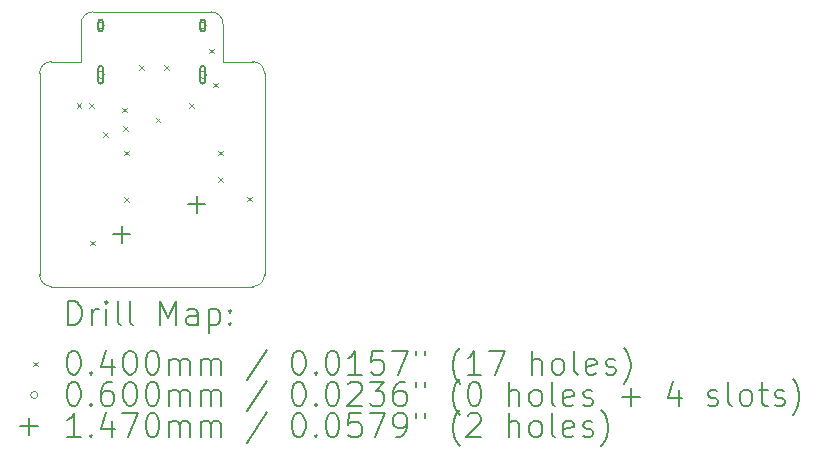
<source format=gbr>
%FSLAX45Y45*%
G04 Gerber Fmt 4.5, Leading zero omitted, Abs format (unit mm)*
G04 Created by KiCad (PCBNEW (5.99.0-12118-g897269f33f)) date 2021-09-15 19:12:55*
%MOMM*%
%LPD*%
G01*
G04 APERTURE LIST*
%TA.AperFunction,Profile*%
%ADD10C,0.100000*%
%TD*%
%ADD11C,0.200000*%
%ADD12C,0.040000*%
%ADD13C,0.060000*%
%ADD14C,0.147000*%
G04 APERTURE END LIST*
D10*
X15100000Y-11905000D02*
G75*
G02*
X15000000Y-11805000I0J100000D01*
G01*
X16905000Y-11805000D02*
G75*
G02*
X16805000Y-11905000I-100000J0D01*
G01*
X16805000Y-10000000D02*
G75*
G02*
X16905000Y-10100000I0J-100000D01*
G01*
X15000000Y-10100000D02*
G75*
G02*
X15100000Y-10000000I100000J0D01*
G01*
X16905000Y-10100000D02*
X16905000Y-11805000D01*
X15000000Y-10100000D02*
X15000000Y-11805000D01*
X15100000Y-11905000D02*
X16805000Y-11905000D01*
X16552500Y-10000000D02*
X16805000Y-10000000D01*
X15100000Y-10000000D02*
X15352500Y-10000000D01*
X16452500Y-9579000D02*
G75*
G02*
X16552500Y-9679000I0J-100000D01*
G01*
X15352500Y-9679000D02*
G75*
G02*
X15452500Y-9579000I100000J0D01*
G01*
X15452500Y-9579000D02*
X16452500Y-9579000D01*
X16552500Y-9679000D02*
X16552500Y-10000000D01*
X15352500Y-9679000D02*
X15352500Y-10000000D01*
D11*
D12*
X15315000Y-10350000D02*
X15355000Y-10390000D01*
X15355000Y-10350000D02*
X15315000Y-10390000D01*
X15420000Y-10350000D02*
X15460000Y-10390000D01*
X15460000Y-10350000D02*
X15420000Y-10390000D01*
X15430000Y-11515500D02*
X15470000Y-11555500D01*
X15470000Y-11515500D02*
X15430000Y-11555500D01*
X15540000Y-10600000D02*
X15580000Y-10640000D01*
X15580000Y-10600000D02*
X15540000Y-10640000D01*
X15700000Y-10390000D02*
X15740000Y-10430000D01*
X15740000Y-10390000D02*
X15700000Y-10430000D01*
X15710000Y-10550000D02*
X15750000Y-10590000D01*
X15750000Y-10550000D02*
X15710000Y-10590000D01*
X15715000Y-10755000D02*
X15755000Y-10795000D01*
X15755000Y-10755000D02*
X15715000Y-10795000D01*
X15715000Y-11150000D02*
X15755000Y-11190000D01*
X15755000Y-11150000D02*
X15715000Y-11190000D01*
X15845000Y-10030000D02*
X15885000Y-10070000D01*
X15885000Y-10030000D02*
X15845000Y-10070000D01*
X15984031Y-10475911D02*
X16024031Y-10515911D01*
X16024031Y-10475911D02*
X15984031Y-10515911D01*
X16055000Y-10030000D02*
X16095000Y-10070000D01*
X16095000Y-10030000D02*
X16055000Y-10070000D01*
X16268100Y-10350081D02*
X16308100Y-10390081D01*
X16308100Y-10350081D02*
X16268100Y-10390081D01*
X16434500Y-9891160D02*
X16474500Y-9931160D01*
X16474500Y-9891160D02*
X16434500Y-9931160D01*
X16470000Y-10180000D02*
X16510000Y-10220000D01*
X16510000Y-10180000D02*
X16470000Y-10220000D01*
X16510000Y-10980000D02*
X16550000Y-11020000D01*
X16550000Y-10980000D02*
X16510000Y-11020000D01*
X16515000Y-10755000D02*
X16555000Y-10795000D01*
X16555000Y-10755000D02*
X16515000Y-10795000D01*
X16760000Y-11145000D02*
X16800000Y-11185000D01*
X16800000Y-11145000D02*
X16760000Y-11185000D01*
D13*
X15548000Y-9695000D02*
G75*
G03*
X15548000Y-9695000I-30000J0D01*
G01*
D11*
X15498000Y-9665000D02*
X15498000Y-9725000D01*
X15538000Y-9665000D02*
X15538000Y-9725000D01*
X15498000Y-9725000D02*
G75*
G03*
X15538000Y-9725000I20000J0D01*
G01*
X15538000Y-9665000D02*
G75*
G03*
X15498000Y-9665000I-20000J0D01*
G01*
D13*
X15548000Y-10113000D02*
G75*
G03*
X15548000Y-10113000I-30000J0D01*
G01*
D11*
X15498000Y-10058000D02*
X15498000Y-10168000D01*
X15538000Y-10058000D02*
X15538000Y-10168000D01*
X15498000Y-10168000D02*
G75*
G03*
X15538000Y-10168000I20000J0D01*
G01*
X15538000Y-10058000D02*
G75*
G03*
X15498000Y-10058000I-20000J0D01*
G01*
D13*
X16412000Y-9695000D02*
G75*
G03*
X16412000Y-9695000I-30000J0D01*
G01*
D11*
X16362000Y-9665000D02*
X16362000Y-9725000D01*
X16402000Y-9665000D02*
X16402000Y-9725000D01*
X16362000Y-9725000D02*
G75*
G03*
X16402000Y-9725000I20000J0D01*
G01*
X16402000Y-9665000D02*
G75*
G03*
X16362000Y-9665000I-20000J0D01*
G01*
D13*
X16412000Y-10113000D02*
G75*
G03*
X16412000Y-10113000I-30000J0D01*
G01*
D11*
X16362000Y-10058000D02*
X16362000Y-10168000D01*
X16402000Y-10058000D02*
X16402000Y-10168000D01*
X16362000Y-10168000D02*
G75*
G03*
X16402000Y-10168000I20000J0D01*
G01*
X16402000Y-10058000D02*
G75*
G03*
X16362000Y-10058000I-20000J0D01*
G01*
D14*
X15696000Y-11389500D02*
X15696000Y-11536500D01*
X15622500Y-11463000D02*
X15769500Y-11463000D01*
X16331000Y-11135500D02*
X16331000Y-11282500D01*
X16257500Y-11209000D02*
X16404500Y-11209000D01*
D11*
X15242619Y-12230476D02*
X15242619Y-12030476D01*
X15290238Y-12030476D01*
X15318809Y-12040000D01*
X15337857Y-12059048D01*
X15347381Y-12078095D01*
X15356905Y-12116190D01*
X15356905Y-12144762D01*
X15347381Y-12182857D01*
X15337857Y-12201905D01*
X15318809Y-12220952D01*
X15290238Y-12230476D01*
X15242619Y-12230476D01*
X15442619Y-12230476D02*
X15442619Y-12097143D01*
X15442619Y-12135238D02*
X15452143Y-12116190D01*
X15461667Y-12106667D01*
X15480714Y-12097143D01*
X15499762Y-12097143D01*
X15566428Y-12230476D02*
X15566428Y-12097143D01*
X15566428Y-12030476D02*
X15556905Y-12040000D01*
X15566428Y-12049524D01*
X15575952Y-12040000D01*
X15566428Y-12030476D01*
X15566428Y-12049524D01*
X15690238Y-12230476D02*
X15671190Y-12220952D01*
X15661667Y-12201905D01*
X15661667Y-12030476D01*
X15795000Y-12230476D02*
X15775952Y-12220952D01*
X15766428Y-12201905D01*
X15766428Y-12030476D01*
X16023571Y-12230476D02*
X16023571Y-12030476D01*
X16090238Y-12173333D01*
X16156905Y-12030476D01*
X16156905Y-12230476D01*
X16337857Y-12230476D02*
X16337857Y-12125714D01*
X16328333Y-12106667D01*
X16309286Y-12097143D01*
X16271190Y-12097143D01*
X16252143Y-12106667D01*
X16337857Y-12220952D02*
X16318809Y-12230476D01*
X16271190Y-12230476D01*
X16252143Y-12220952D01*
X16242619Y-12201905D01*
X16242619Y-12182857D01*
X16252143Y-12163809D01*
X16271190Y-12154286D01*
X16318809Y-12154286D01*
X16337857Y-12144762D01*
X16433095Y-12097143D02*
X16433095Y-12297143D01*
X16433095Y-12106667D02*
X16452143Y-12097143D01*
X16490238Y-12097143D01*
X16509286Y-12106667D01*
X16518809Y-12116190D01*
X16528333Y-12135238D01*
X16528333Y-12192381D01*
X16518809Y-12211428D01*
X16509286Y-12220952D01*
X16490238Y-12230476D01*
X16452143Y-12230476D01*
X16433095Y-12220952D01*
X16614048Y-12211428D02*
X16623571Y-12220952D01*
X16614048Y-12230476D01*
X16604524Y-12220952D01*
X16614048Y-12211428D01*
X16614048Y-12230476D01*
X16614048Y-12106667D02*
X16623571Y-12116190D01*
X16614048Y-12125714D01*
X16604524Y-12116190D01*
X16614048Y-12106667D01*
X16614048Y-12125714D01*
D12*
X14945000Y-12540000D02*
X14985000Y-12580000D01*
X14985000Y-12540000D02*
X14945000Y-12580000D01*
D11*
X15280714Y-12450476D02*
X15299762Y-12450476D01*
X15318809Y-12460000D01*
X15328333Y-12469524D01*
X15337857Y-12488571D01*
X15347381Y-12526667D01*
X15347381Y-12574286D01*
X15337857Y-12612381D01*
X15328333Y-12631428D01*
X15318809Y-12640952D01*
X15299762Y-12650476D01*
X15280714Y-12650476D01*
X15261667Y-12640952D01*
X15252143Y-12631428D01*
X15242619Y-12612381D01*
X15233095Y-12574286D01*
X15233095Y-12526667D01*
X15242619Y-12488571D01*
X15252143Y-12469524D01*
X15261667Y-12460000D01*
X15280714Y-12450476D01*
X15433095Y-12631428D02*
X15442619Y-12640952D01*
X15433095Y-12650476D01*
X15423571Y-12640952D01*
X15433095Y-12631428D01*
X15433095Y-12650476D01*
X15614048Y-12517143D02*
X15614048Y-12650476D01*
X15566428Y-12440952D02*
X15518809Y-12583809D01*
X15642619Y-12583809D01*
X15756905Y-12450476D02*
X15775952Y-12450476D01*
X15795000Y-12460000D01*
X15804524Y-12469524D01*
X15814048Y-12488571D01*
X15823571Y-12526667D01*
X15823571Y-12574286D01*
X15814048Y-12612381D01*
X15804524Y-12631428D01*
X15795000Y-12640952D01*
X15775952Y-12650476D01*
X15756905Y-12650476D01*
X15737857Y-12640952D01*
X15728333Y-12631428D01*
X15718809Y-12612381D01*
X15709286Y-12574286D01*
X15709286Y-12526667D01*
X15718809Y-12488571D01*
X15728333Y-12469524D01*
X15737857Y-12460000D01*
X15756905Y-12450476D01*
X15947381Y-12450476D02*
X15966428Y-12450476D01*
X15985476Y-12460000D01*
X15995000Y-12469524D01*
X16004524Y-12488571D01*
X16014048Y-12526667D01*
X16014048Y-12574286D01*
X16004524Y-12612381D01*
X15995000Y-12631428D01*
X15985476Y-12640952D01*
X15966428Y-12650476D01*
X15947381Y-12650476D01*
X15928333Y-12640952D01*
X15918809Y-12631428D01*
X15909286Y-12612381D01*
X15899762Y-12574286D01*
X15899762Y-12526667D01*
X15909286Y-12488571D01*
X15918809Y-12469524D01*
X15928333Y-12460000D01*
X15947381Y-12450476D01*
X16099762Y-12650476D02*
X16099762Y-12517143D01*
X16099762Y-12536190D02*
X16109286Y-12526667D01*
X16128333Y-12517143D01*
X16156905Y-12517143D01*
X16175952Y-12526667D01*
X16185476Y-12545714D01*
X16185476Y-12650476D01*
X16185476Y-12545714D02*
X16195000Y-12526667D01*
X16214048Y-12517143D01*
X16242619Y-12517143D01*
X16261667Y-12526667D01*
X16271190Y-12545714D01*
X16271190Y-12650476D01*
X16366428Y-12650476D02*
X16366428Y-12517143D01*
X16366428Y-12536190D02*
X16375952Y-12526667D01*
X16395000Y-12517143D01*
X16423571Y-12517143D01*
X16442619Y-12526667D01*
X16452143Y-12545714D01*
X16452143Y-12650476D01*
X16452143Y-12545714D02*
X16461667Y-12526667D01*
X16480714Y-12517143D01*
X16509286Y-12517143D01*
X16528333Y-12526667D01*
X16537857Y-12545714D01*
X16537857Y-12650476D01*
X16928333Y-12440952D02*
X16756905Y-12698095D01*
X17185476Y-12450476D02*
X17204524Y-12450476D01*
X17223571Y-12460000D01*
X17233095Y-12469524D01*
X17242619Y-12488571D01*
X17252143Y-12526667D01*
X17252143Y-12574286D01*
X17242619Y-12612381D01*
X17233095Y-12631428D01*
X17223571Y-12640952D01*
X17204524Y-12650476D01*
X17185476Y-12650476D01*
X17166429Y-12640952D01*
X17156905Y-12631428D01*
X17147381Y-12612381D01*
X17137857Y-12574286D01*
X17137857Y-12526667D01*
X17147381Y-12488571D01*
X17156905Y-12469524D01*
X17166429Y-12460000D01*
X17185476Y-12450476D01*
X17337857Y-12631428D02*
X17347381Y-12640952D01*
X17337857Y-12650476D01*
X17328333Y-12640952D01*
X17337857Y-12631428D01*
X17337857Y-12650476D01*
X17471190Y-12450476D02*
X17490238Y-12450476D01*
X17509286Y-12460000D01*
X17518810Y-12469524D01*
X17528333Y-12488571D01*
X17537857Y-12526667D01*
X17537857Y-12574286D01*
X17528333Y-12612381D01*
X17518810Y-12631428D01*
X17509286Y-12640952D01*
X17490238Y-12650476D01*
X17471190Y-12650476D01*
X17452143Y-12640952D01*
X17442619Y-12631428D01*
X17433095Y-12612381D01*
X17423571Y-12574286D01*
X17423571Y-12526667D01*
X17433095Y-12488571D01*
X17442619Y-12469524D01*
X17452143Y-12460000D01*
X17471190Y-12450476D01*
X17728333Y-12650476D02*
X17614048Y-12650476D01*
X17671190Y-12650476D02*
X17671190Y-12450476D01*
X17652143Y-12479048D01*
X17633095Y-12498095D01*
X17614048Y-12507619D01*
X17909286Y-12450476D02*
X17814048Y-12450476D01*
X17804524Y-12545714D01*
X17814048Y-12536190D01*
X17833095Y-12526667D01*
X17880714Y-12526667D01*
X17899762Y-12536190D01*
X17909286Y-12545714D01*
X17918810Y-12564762D01*
X17918810Y-12612381D01*
X17909286Y-12631428D01*
X17899762Y-12640952D01*
X17880714Y-12650476D01*
X17833095Y-12650476D01*
X17814048Y-12640952D01*
X17804524Y-12631428D01*
X17985476Y-12450476D02*
X18118810Y-12450476D01*
X18033095Y-12650476D01*
X18185476Y-12450476D02*
X18185476Y-12488571D01*
X18261667Y-12450476D02*
X18261667Y-12488571D01*
X18556905Y-12726667D02*
X18547381Y-12717143D01*
X18528333Y-12688571D01*
X18518810Y-12669524D01*
X18509286Y-12640952D01*
X18499762Y-12593333D01*
X18499762Y-12555238D01*
X18509286Y-12507619D01*
X18518810Y-12479048D01*
X18528333Y-12460000D01*
X18547381Y-12431428D01*
X18556905Y-12421905D01*
X18737857Y-12650476D02*
X18623571Y-12650476D01*
X18680714Y-12650476D02*
X18680714Y-12450476D01*
X18661667Y-12479048D01*
X18642619Y-12498095D01*
X18623571Y-12507619D01*
X18804524Y-12450476D02*
X18937857Y-12450476D01*
X18852143Y-12650476D01*
X19166429Y-12650476D02*
X19166429Y-12450476D01*
X19252143Y-12650476D02*
X19252143Y-12545714D01*
X19242619Y-12526667D01*
X19223571Y-12517143D01*
X19195000Y-12517143D01*
X19175952Y-12526667D01*
X19166429Y-12536190D01*
X19375952Y-12650476D02*
X19356905Y-12640952D01*
X19347381Y-12631428D01*
X19337857Y-12612381D01*
X19337857Y-12555238D01*
X19347381Y-12536190D01*
X19356905Y-12526667D01*
X19375952Y-12517143D01*
X19404524Y-12517143D01*
X19423571Y-12526667D01*
X19433095Y-12536190D01*
X19442619Y-12555238D01*
X19442619Y-12612381D01*
X19433095Y-12631428D01*
X19423571Y-12640952D01*
X19404524Y-12650476D01*
X19375952Y-12650476D01*
X19556905Y-12650476D02*
X19537857Y-12640952D01*
X19528333Y-12621905D01*
X19528333Y-12450476D01*
X19709286Y-12640952D02*
X19690238Y-12650476D01*
X19652143Y-12650476D01*
X19633095Y-12640952D01*
X19623571Y-12621905D01*
X19623571Y-12545714D01*
X19633095Y-12526667D01*
X19652143Y-12517143D01*
X19690238Y-12517143D01*
X19709286Y-12526667D01*
X19718810Y-12545714D01*
X19718810Y-12564762D01*
X19623571Y-12583809D01*
X19795000Y-12640952D02*
X19814048Y-12650476D01*
X19852143Y-12650476D01*
X19871190Y-12640952D01*
X19880714Y-12621905D01*
X19880714Y-12612381D01*
X19871190Y-12593333D01*
X19852143Y-12583809D01*
X19823571Y-12583809D01*
X19804524Y-12574286D01*
X19795000Y-12555238D01*
X19795000Y-12545714D01*
X19804524Y-12526667D01*
X19823571Y-12517143D01*
X19852143Y-12517143D01*
X19871190Y-12526667D01*
X19947381Y-12726667D02*
X19956905Y-12717143D01*
X19975952Y-12688571D01*
X19985476Y-12669524D01*
X19995000Y-12640952D01*
X20004524Y-12593333D01*
X20004524Y-12555238D01*
X19995000Y-12507619D01*
X19985476Y-12479048D01*
X19975952Y-12460000D01*
X19956905Y-12431428D01*
X19947381Y-12421905D01*
D13*
X14985000Y-12824000D02*
G75*
G03*
X14985000Y-12824000I-30000J0D01*
G01*
D11*
X15280714Y-12714476D02*
X15299762Y-12714476D01*
X15318809Y-12724000D01*
X15328333Y-12733524D01*
X15337857Y-12752571D01*
X15347381Y-12790667D01*
X15347381Y-12838286D01*
X15337857Y-12876381D01*
X15328333Y-12895428D01*
X15318809Y-12904952D01*
X15299762Y-12914476D01*
X15280714Y-12914476D01*
X15261667Y-12904952D01*
X15252143Y-12895428D01*
X15242619Y-12876381D01*
X15233095Y-12838286D01*
X15233095Y-12790667D01*
X15242619Y-12752571D01*
X15252143Y-12733524D01*
X15261667Y-12724000D01*
X15280714Y-12714476D01*
X15433095Y-12895428D02*
X15442619Y-12904952D01*
X15433095Y-12914476D01*
X15423571Y-12904952D01*
X15433095Y-12895428D01*
X15433095Y-12914476D01*
X15614048Y-12714476D02*
X15575952Y-12714476D01*
X15556905Y-12724000D01*
X15547381Y-12733524D01*
X15528333Y-12762095D01*
X15518809Y-12800190D01*
X15518809Y-12876381D01*
X15528333Y-12895428D01*
X15537857Y-12904952D01*
X15556905Y-12914476D01*
X15595000Y-12914476D01*
X15614048Y-12904952D01*
X15623571Y-12895428D01*
X15633095Y-12876381D01*
X15633095Y-12828762D01*
X15623571Y-12809714D01*
X15614048Y-12800190D01*
X15595000Y-12790667D01*
X15556905Y-12790667D01*
X15537857Y-12800190D01*
X15528333Y-12809714D01*
X15518809Y-12828762D01*
X15756905Y-12714476D02*
X15775952Y-12714476D01*
X15795000Y-12724000D01*
X15804524Y-12733524D01*
X15814048Y-12752571D01*
X15823571Y-12790667D01*
X15823571Y-12838286D01*
X15814048Y-12876381D01*
X15804524Y-12895428D01*
X15795000Y-12904952D01*
X15775952Y-12914476D01*
X15756905Y-12914476D01*
X15737857Y-12904952D01*
X15728333Y-12895428D01*
X15718809Y-12876381D01*
X15709286Y-12838286D01*
X15709286Y-12790667D01*
X15718809Y-12752571D01*
X15728333Y-12733524D01*
X15737857Y-12724000D01*
X15756905Y-12714476D01*
X15947381Y-12714476D02*
X15966428Y-12714476D01*
X15985476Y-12724000D01*
X15995000Y-12733524D01*
X16004524Y-12752571D01*
X16014048Y-12790667D01*
X16014048Y-12838286D01*
X16004524Y-12876381D01*
X15995000Y-12895428D01*
X15985476Y-12904952D01*
X15966428Y-12914476D01*
X15947381Y-12914476D01*
X15928333Y-12904952D01*
X15918809Y-12895428D01*
X15909286Y-12876381D01*
X15899762Y-12838286D01*
X15899762Y-12790667D01*
X15909286Y-12752571D01*
X15918809Y-12733524D01*
X15928333Y-12724000D01*
X15947381Y-12714476D01*
X16099762Y-12914476D02*
X16099762Y-12781143D01*
X16099762Y-12800190D02*
X16109286Y-12790667D01*
X16128333Y-12781143D01*
X16156905Y-12781143D01*
X16175952Y-12790667D01*
X16185476Y-12809714D01*
X16185476Y-12914476D01*
X16185476Y-12809714D02*
X16195000Y-12790667D01*
X16214048Y-12781143D01*
X16242619Y-12781143D01*
X16261667Y-12790667D01*
X16271190Y-12809714D01*
X16271190Y-12914476D01*
X16366428Y-12914476D02*
X16366428Y-12781143D01*
X16366428Y-12800190D02*
X16375952Y-12790667D01*
X16395000Y-12781143D01*
X16423571Y-12781143D01*
X16442619Y-12790667D01*
X16452143Y-12809714D01*
X16452143Y-12914476D01*
X16452143Y-12809714D02*
X16461667Y-12790667D01*
X16480714Y-12781143D01*
X16509286Y-12781143D01*
X16528333Y-12790667D01*
X16537857Y-12809714D01*
X16537857Y-12914476D01*
X16928333Y-12704952D02*
X16756905Y-12962095D01*
X17185476Y-12714476D02*
X17204524Y-12714476D01*
X17223571Y-12724000D01*
X17233095Y-12733524D01*
X17242619Y-12752571D01*
X17252143Y-12790667D01*
X17252143Y-12838286D01*
X17242619Y-12876381D01*
X17233095Y-12895428D01*
X17223571Y-12904952D01*
X17204524Y-12914476D01*
X17185476Y-12914476D01*
X17166429Y-12904952D01*
X17156905Y-12895428D01*
X17147381Y-12876381D01*
X17137857Y-12838286D01*
X17137857Y-12790667D01*
X17147381Y-12752571D01*
X17156905Y-12733524D01*
X17166429Y-12724000D01*
X17185476Y-12714476D01*
X17337857Y-12895428D02*
X17347381Y-12904952D01*
X17337857Y-12914476D01*
X17328333Y-12904952D01*
X17337857Y-12895428D01*
X17337857Y-12914476D01*
X17471190Y-12714476D02*
X17490238Y-12714476D01*
X17509286Y-12724000D01*
X17518810Y-12733524D01*
X17528333Y-12752571D01*
X17537857Y-12790667D01*
X17537857Y-12838286D01*
X17528333Y-12876381D01*
X17518810Y-12895428D01*
X17509286Y-12904952D01*
X17490238Y-12914476D01*
X17471190Y-12914476D01*
X17452143Y-12904952D01*
X17442619Y-12895428D01*
X17433095Y-12876381D01*
X17423571Y-12838286D01*
X17423571Y-12790667D01*
X17433095Y-12752571D01*
X17442619Y-12733524D01*
X17452143Y-12724000D01*
X17471190Y-12714476D01*
X17614048Y-12733524D02*
X17623571Y-12724000D01*
X17642619Y-12714476D01*
X17690238Y-12714476D01*
X17709286Y-12724000D01*
X17718810Y-12733524D01*
X17728333Y-12752571D01*
X17728333Y-12771619D01*
X17718810Y-12800190D01*
X17604524Y-12914476D01*
X17728333Y-12914476D01*
X17795000Y-12714476D02*
X17918810Y-12714476D01*
X17852143Y-12790667D01*
X17880714Y-12790667D01*
X17899762Y-12800190D01*
X17909286Y-12809714D01*
X17918810Y-12828762D01*
X17918810Y-12876381D01*
X17909286Y-12895428D01*
X17899762Y-12904952D01*
X17880714Y-12914476D01*
X17823571Y-12914476D01*
X17804524Y-12904952D01*
X17795000Y-12895428D01*
X18090238Y-12714476D02*
X18052143Y-12714476D01*
X18033095Y-12724000D01*
X18023571Y-12733524D01*
X18004524Y-12762095D01*
X17995000Y-12800190D01*
X17995000Y-12876381D01*
X18004524Y-12895428D01*
X18014048Y-12904952D01*
X18033095Y-12914476D01*
X18071190Y-12914476D01*
X18090238Y-12904952D01*
X18099762Y-12895428D01*
X18109286Y-12876381D01*
X18109286Y-12828762D01*
X18099762Y-12809714D01*
X18090238Y-12800190D01*
X18071190Y-12790667D01*
X18033095Y-12790667D01*
X18014048Y-12800190D01*
X18004524Y-12809714D01*
X17995000Y-12828762D01*
X18185476Y-12714476D02*
X18185476Y-12752571D01*
X18261667Y-12714476D02*
X18261667Y-12752571D01*
X18556905Y-12990667D02*
X18547381Y-12981143D01*
X18528333Y-12952571D01*
X18518810Y-12933524D01*
X18509286Y-12904952D01*
X18499762Y-12857333D01*
X18499762Y-12819238D01*
X18509286Y-12771619D01*
X18518810Y-12743048D01*
X18528333Y-12724000D01*
X18547381Y-12695428D01*
X18556905Y-12685905D01*
X18671190Y-12714476D02*
X18690238Y-12714476D01*
X18709286Y-12724000D01*
X18718810Y-12733524D01*
X18728333Y-12752571D01*
X18737857Y-12790667D01*
X18737857Y-12838286D01*
X18728333Y-12876381D01*
X18718810Y-12895428D01*
X18709286Y-12904952D01*
X18690238Y-12914476D01*
X18671190Y-12914476D01*
X18652143Y-12904952D01*
X18642619Y-12895428D01*
X18633095Y-12876381D01*
X18623571Y-12838286D01*
X18623571Y-12790667D01*
X18633095Y-12752571D01*
X18642619Y-12733524D01*
X18652143Y-12724000D01*
X18671190Y-12714476D01*
X18975952Y-12914476D02*
X18975952Y-12714476D01*
X19061667Y-12914476D02*
X19061667Y-12809714D01*
X19052143Y-12790667D01*
X19033095Y-12781143D01*
X19004524Y-12781143D01*
X18985476Y-12790667D01*
X18975952Y-12800190D01*
X19185476Y-12914476D02*
X19166429Y-12904952D01*
X19156905Y-12895428D01*
X19147381Y-12876381D01*
X19147381Y-12819238D01*
X19156905Y-12800190D01*
X19166429Y-12790667D01*
X19185476Y-12781143D01*
X19214048Y-12781143D01*
X19233095Y-12790667D01*
X19242619Y-12800190D01*
X19252143Y-12819238D01*
X19252143Y-12876381D01*
X19242619Y-12895428D01*
X19233095Y-12904952D01*
X19214048Y-12914476D01*
X19185476Y-12914476D01*
X19366429Y-12914476D02*
X19347381Y-12904952D01*
X19337857Y-12885905D01*
X19337857Y-12714476D01*
X19518810Y-12904952D02*
X19499762Y-12914476D01*
X19461667Y-12914476D01*
X19442619Y-12904952D01*
X19433095Y-12885905D01*
X19433095Y-12809714D01*
X19442619Y-12790667D01*
X19461667Y-12781143D01*
X19499762Y-12781143D01*
X19518810Y-12790667D01*
X19528333Y-12809714D01*
X19528333Y-12828762D01*
X19433095Y-12847809D01*
X19604524Y-12904952D02*
X19623571Y-12914476D01*
X19661667Y-12914476D01*
X19680714Y-12904952D01*
X19690238Y-12885905D01*
X19690238Y-12876381D01*
X19680714Y-12857333D01*
X19661667Y-12847809D01*
X19633095Y-12847809D01*
X19614048Y-12838286D01*
X19604524Y-12819238D01*
X19604524Y-12809714D01*
X19614048Y-12790667D01*
X19633095Y-12781143D01*
X19661667Y-12781143D01*
X19680714Y-12790667D01*
X19928333Y-12838286D02*
X20080714Y-12838286D01*
X20004524Y-12914476D02*
X20004524Y-12762095D01*
X20414048Y-12781143D02*
X20414048Y-12914476D01*
X20366429Y-12704952D02*
X20318810Y-12847809D01*
X20442619Y-12847809D01*
X20661667Y-12904952D02*
X20680714Y-12914476D01*
X20718810Y-12914476D01*
X20737857Y-12904952D01*
X20747381Y-12885905D01*
X20747381Y-12876381D01*
X20737857Y-12857333D01*
X20718810Y-12847809D01*
X20690238Y-12847809D01*
X20671190Y-12838286D01*
X20661667Y-12819238D01*
X20661667Y-12809714D01*
X20671190Y-12790667D01*
X20690238Y-12781143D01*
X20718810Y-12781143D01*
X20737857Y-12790667D01*
X20861667Y-12914476D02*
X20842619Y-12904952D01*
X20833095Y-12885905D01*
X20833095Y-12714476D01*
X20966429Y-12914476D02*
X20947381Y-12904952D01*
X20937857Y-12895428D01*
X20928333Y-12876381D01*
X20928333Y-12819238D01*
X20937857Y-12800190D01*
X20947381Y-12790667D01*
X20966429Y-12781143D01*
X20995000Y-12781143D01*
X21014048Y-12790667D01*
X21023571Y-12800190D01*
X21033095Y-12819238D01*
X21033095Y-12876381D01*
X21023571Y-12895428D01*
X21014048Y-12904952D01*
X20995000Y-12914476D01*
X20966429Y-12914476D01*
X21090238Y-12781143D02*
X21166429Y-12781143D01*
X21118810Y-12714476D02*
X21118810Y-12885905D01*
X21128333Y-12904952D01*
X21147381Y-12914476D01*
X21166429Y-12914476D01*
X21223571Y-12904952D02*
X21242619Y-12914476D01*
X21280714Y-12914476D01*
X21299762Y-12904952D01*
X21309286Y-12885905D01*
X21309286Y-12876381D01*
X21299762Y-12857333D01*
X21280714Y-12847809D01*
X21252143Y-12847809D01*
X21233095Y-12838286D01*
X21223571Y-12819238D01*
X21223571Y-12809714D01*
X21233095Y-12790667D01*
X21252143Y-12781143D01*
X21280714Y-12781143D01*
X21299762Y-12790667D01*
X21375952Y-12990667D02*
X21385476Y-12981143D01*
X21404524Y-12952571D01*
X21414048Y-12933524D01*
X21423571Y-12904952D01*
X21433095Y-12857333D01*
X21433095Y-12819238D01*
X21423571Y-12771619D01*
X21414048Y-12743048D01*
X21404524Y-12724000D01*
X21385476Y-12695428D01*
X21375952Y-12685905D01*
D14*
X14911500Y-13014500D02*
X14911500Y-13161500D01*
X14838000Y-13088000D02*
X14985000Y-13088000D01*
D11*
X15347381Y-13178476D02*
X15233095Y-13178476D01*
X15290238Y-13178476D02*
X15290238Y-12978476D01*
X15271190Y-13007048D01*
X15252143Y-13026095D01*
X15233095Y-13035619D01*
X15433095Y-13159428D02*
X15442619Y-13168952D01*
X15433095Y-13178476D01*
X15423571Y-13168952D01*
X15433095Y-13159428D01*
X15433095Y-13178476D01*
X15614048Y-13045143D02*
X15614048Y-13178476D01*
X15566428Y-12968952D02*
X15518809Y-13111809D01*
X15642619Y-13111809D01*
X15699762Y-12978476D02*
X15833095Y-12978476D01*
X15747381Y-13178476D01*
X15947381Y-12978476D02*
X15966428Y-12978476D01*
X15985476Y-12988000D01*
X15995000Y-12997524D01*
X16004524Y-13016571D01*
X16014048Y-13054667D01*
X16014048Y-13102286D01*
X16004524Y-13140381D01*
X15995000Y-13159428D01*
X15985476Y-13168952D01*
X15966428Y-13178476D01*
X15947381Y-13178476D01*
X15928333Y-13168952D01*
X15918809Y-13159428D01*
X15909286Y-13140381D01*
X15899762Y-13102286D01*
X15899762Y-13054667D01*
X15909286Y-13016571D01*
X15918809Y-12997524D01*
X15928333Y-12988000D01*
X15947381Y-12978476D01*
X16099762Y-13178476D02*
X16099762Y-13045143D01*
X16099762Y-13064190D02*
X16109286Y-13054667D01*
X16128333Y-13045143D01*
X16156905Y-13045143D01*
X16175952Y-13054667D01*
X16185476Y-13073714D01*
X16185476Y-13178476D01*
X16185476Y-13073714D02*
X16195000Y-13054667D01*
X16214048Y-13045143D01*
X16242619Y-13045143D01*
X16261667Y-13054667D01*
X16271190Y-13073714D01*
X16271190Y-13178476D01*
X16366428Y-13178476D02*
X16366428Y-13045143D01*
X16366428Y-13064190D02*
X16375952Y-13054667D01*
X16395000Y-13045143D01*
X16423571Y-13045143D01*
X16442619Y-13054667D01*
X16452143Y-13073714D01*
X16452143Y-13178476D01*
X16452143Y-13073714D02*
X16461667Y-13054667D01*
X16480714Y-13045143D01*
X16509286Y-13045143D01*
X16528333Y-13054667D01*
X16537857Y-13073714D01*
X16537857Y-13178476D01*
X16928333Y-12968952D02*
X16756905Y-13226095D01*
X17185476Y-12978476D02*
X17204524Y-12978476D01*
X17223571Y-12988000D01*
X17233095Y-12997524D01*
X17242619Y-13016571D01*
X17252143Y-13054667D01*
X17252143Y-13102286D01*
X17242619Y-13140381D01*
X17233095Y-13159428D01*
X17223571Y-13168952D01*
X17204524Y-13178476D01*
X17185476Y-13178476D01*
X17166429Y-13168952D01*
X17156905Y-13159428D01*
X17147381Y-13140381D01*
X17137857Y-13102286D01*
X17137857Y-13054667D01*
X17147381Y-13016571D01*
X17156905Y-12997524D01*
X17166429Y-12988000D01*
X17185476Y-12978476D01*
X17337857Y-13159428D02*
X17347381Y-13168952D01*
X17337857Y-13178476D01*
X17328333Y-13168952D01*
X17337857Y-13159428D01*
X17337857Y-13178476D01*
X17471190Y-12978476D02*
X17490238Y-12978476D01*
X17509286Y-12988000D01*
X17518810Y-12997524D01*
X17528333Y-13016571D01*
X17537857Y-13054667D01*
X17537857Y-13102286D01*
X17528333Y-13140381D01*
X17518810Y-13159428D01*
X17509286Y-13168952D01*
X17490238Y-13178476D01*
X17471190Y-13178476D01*
X17452143Y-13168952D01*
X17442619Y-13159428D01*
X17433095Y-13140381D01*
X17423571Y-13102286D01*
X17423571Y-13054667D01*
X17433095Y-13016571D01*
X17442619Y-12997524D01*
X17452143Y-12988000D01*
X17471190Y-12978476D01*
X17718810Y-12978476D02*
X17623571Y-12978476D01*
X17614048Y-13073714D01*
X17623571Y-13064190D01*
X17642619Y-13054667D01*
X17690238Y-13054667D01*
X17709286Y-13064190D01*
X17718810Y-13073714D01*
X17728333Y-13092762D01*
X17728333Y-13140381D01*
X17718810Y-13159428D01*
X17709286Y-13168952D01*
X17690238Y-13178476D01*
X17642619Y-13178476D01*
X17623571Y-13168952D01*
X17614048Y-13159428D01*
X17795000Y-12978476D02*
X17928333Y-12978476D01*
X17842619Y-13178476D01*
X18014048Y-13178476D02*
X18052143Y-13178476D01*
X18071190Y-13168952D01*
X18080714Y-13159428D01*
X18099762Y-13130857D01*
X18109286Y-13092762D01*
X18109286Y-13016571D01*
X18099762Y-12997524D01*
X18090238Y-12988000D01*
X18071190Y-12978476D01*
X18033095Y-12978476D01*
X18014048Y-12988000D01*
X18004524Y-12997524D01*
X17995000Y-13016571D01*
X17995000Y-13064190D01*
X18004524Y-13083238D01*
X18014048Y-13092762D01*
X18033095Y-13102286D01*
X18071190Y-13102286D01*
X18090238Y-13092762D01*
X18099762Y-13083238D01*
X18109286Y-13064190D01*
X18185476Y-12978476D02*
X18185476Y-13016571D01*
X18261667Y-12978476D02*
X18261667Y-13016571D01*
X18556905Y-13254667D02*
X18547381Y-13245143D01*
X18528333Y-13216571D01*
X18518810Y-13197524D01*
X18509286Y-13168952D01*
X18499762Y-13121333D01*
X18499762Y-13083238D01*
X18509286Y-13035619D01*
X18518810Y-13007048D01*
X18528333Y-12988000D01*
X18547381Y-12959428D01*
X18556905Y-12949905D01*
X18623571Y-12997524D02*
X18633095Y-12988000D01*
X18652143Y-12978476D01*
X18699762Y-12978476D01*
X18718810Y-12988000D01*
X18728333Y-12997524D01*
X18737857Y-13016571D01*
X18737857Y-13035619D01*
X18728333Y-13064190D01*
X18614048Y-13178476D01*
X18737857Y-13178476D01*
X18975952Y-13178476D02*
X18975952Y-12978476D01*
X19061667Y-13178476D02*
X19061667Y-13073714D01*
X19052143Y-13054667D01*
X19033095Y-13045143D01*
X19004524Y-13045143D01*
X18985476Y-13054667D01*
X18975952Y-13064190D01*
X19185476Y-13178476D02*
X19166429Y-13168952D01*
X19156905Y-13159428D01*
X19147381Y-13140381D01*
X19147381Y-13083238D01*
X19156905Y-13064190D01*
X19166429Y-13054667D01*
X19185476Y-13045143D01*
X19214048Y-13045143D01*
X19233095Y-13054667D01*
X19242619Y-13064190D01*
X19252143Y-13083238D01*
X19252143Y-13140381D01*
X19242619Y-13159428D01*
X19233095Y-13168952D01*
X19214048Y-13178476D01*
X19185476Y-13178476D01*
X19366429Y-13178476D02*
X19347381Y-13168952D01*
X19337857Y-13149905D01*
X19337857Y-12978476D01*
X19518810Y-13168952D02*
X19499762Y-13178476D01*
X19461667Y-13178476D01*
X19442619Y-13168952D01*
X19433095Y-13149905D01*
X19433095Y-13073714D01*
X19442619Y-13054667D01*
X19461667Y-13045143D01*
X19499762Y-13045143D01*
X19518810Y-13054667D01*
X19528333Y-13073714D01*
X19528333Y-13092762D01*
X19433095Y-13111809D01*
X19604524Y-13168952D02*
X19623571Y-13178476D01*
X19661667Y-13178476D01*
X19680714Y-13168952D01*
X19690238Y-13149905D01*
X19690238Y-13140381D01*
X19680714Y-13121333D01*
X19661667Y-13111809D01*
X19633095Y-13111809D01*
X19614048Y-13102286D01*
X19604524Y-13083238D01*
X19604524Y-13073714D01*
X19614048Y-13054667D01*
X19633095Y-13045143D01*
X19661667Y-13045143D01*
X19680714Y-13054667D01*
X19756905Y-13254667D02*
X19766429Y-13245143D01*
X19785476Y-13216571D01*
X19795000Y-13197524D01*
X19804524Y-13168952D01*
X19814048Y-13121333D01*
X19814048Y-13083238D01*
X19804524Y-13035619D01*
X19795000Y-13007048D01*
X19785476Y-12988000D01*
X19766429Y-12959428D01*
X19756905Y-12949905D01*
M02*

</source>
